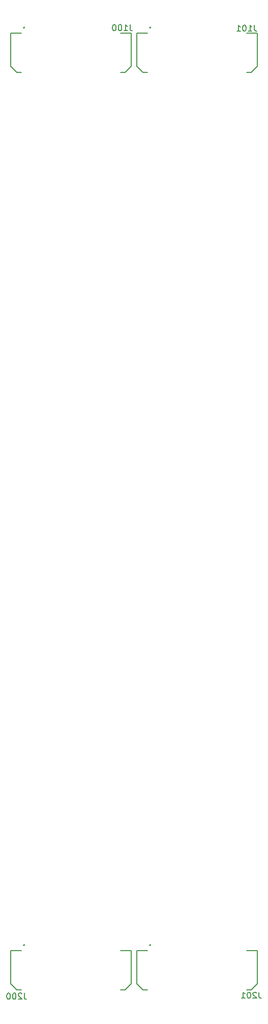
<source format=gbo>
G04 #@! TF.GenerationSoftware,KiCad,Pcbnew,(5.1.9)-1*
G04 #@! TF.CreationDate,2021-12-19T15:19:46-05:00*
G04 #@! TF.ProjectId,backplane-breakout-FPC,6261636b-706c-4616-9e65-2d627265616b,rev?*
G04 #@! TF.SameCoordinates,Original*
G04 #@! TF.FileFunction,Legend,Bot*
G04 #@! TF.FilePolarity,Positive*
%FSLAX46Y46*%
G04 Gerber Fmt 4.6, Leading zero omitted, Abs format (unit mm)*
G04 Created by KiCad (PCBNEW (5.1.9)-1) date 2021-12-19 15:19:46*
%MOMM*%
%LPD*%
G01*
G04 APERTURE LIST*
%ADD10C,0.200000*%
%ADD11C,0.150000*%
G04 APERTURE END LIST*
D10*
X114970000Y-24750000D02*
X116760000Y-24750000D01*
X114970000Y-24750000D02*
X114970000Y-30230000D01*
X114970000Y-30230000D02*
X115980000Y-31250000D01*
X115980000Y-31250000D02*
X116760000Y-31250000D01*
X133240000Y-31250000D02*
X134020000Y-31250000D01*
X134020000Y-31250000D02*
X135030000Y-30230000D01*
X135030000Y-30230000D02*
X135030000Y-24750000D01*
X135030000Y-24750000D02*
X133240000Y-24750000D01*
X117300000Y-23800000D02*
G75*
G03*
X117300000Y-23800000I-100000J0D01*
G01*
X135970000Y-177150000D02*
X137760000Y-177150000D01*
X135970000Y-177150000D02*
X135970000Y-182630000D01*
X135970000Y-182630000D02*
X136980000Y-183650000D01*
X136980000Y-183650000D02*
X137760000Y-183650000D01*
X154240000Y-183650000D02*
X155020000Y-183650000D01*
X155020000Y-183650000D02*
X156030000Y-182630000D01*
X156030000Y-182630000D02*
X156030000Y-177150000D01*
X156030000Y-177150000D02*
X154240000Y-177150000D01*
X138300000Y-176200000D02*
G75*
G03*
X138300000Y-176200000I-100000J0D01*
G01*
X114970000Y-177150000D02*
X116760000Y-177150000D01*
X114970000Y-177150000D02*
X114970000Y-182630000D01*
X114970000Y-182630000D02*
X115980000Y-183650000D01*
X115980000Y-183650000D02*
X116760000Y-183650000D01*
X133240000Y-183650000D02*
X134020000Y-183650000D01*
X134020000Y-183650000D02*
X135030000Y-182630000D01*
X135030000Y-182630000D02*
X135030000Y-177150000D01*
X135030000Y-177150000D02*
X133240000Y-177150000D01*
X117300000Y-176200000D02*
G75*
G03*
X117300000Y-176200000I-100000J0D01*
G01*
X135970000Y-24750000D02*
X137760000Y-24750000D01*
X135970000Y-24750000D02*
X135970000Y-30230000D01*
X135970000Y-30230000D02*
X136980000Y-31250000D01*
X136980000Y-31250000D02*
X137760000Y-31250000D01*
X154240000Y-31250000D02*
X155020000Y-31250000D01*
X155020000Y-31250000D02*
X156030000Y-30230000D01*
X156030000Y-30230000D02*
X156030000Y-24750000D01*
X156030000Y-24750000D02*
X154240000Y-24750000D01*
X138300000Y-23800000D02*
G75*
G03*
X138300000Y-23800000I-100000J0D01*
G01*
D11*
X134835714Y-23302380D02*
X134835714Y-24016666D01*
X134883333Y-24159523D01*
X134978571Y-24254761D01*
X135121428Y-24302380D01*
X135216666Y-24302380D01*
X133835714Y-24302380D02*
X134407142Y-24302380D01*
X134121428Y-24302380D02*
X134121428Y-23302380D01*
X134216666Y-23445238D01*
X134311904Y-23540476D01*
X134407142Y-23588095D01*
X133216666Y-23302380D02*
X133121428Y-23302380D01*
X133026190Y-23350000D01*
X132978571Y-23397619D01*
X132930952Y-23492857D01*
X132883333Y-23683333D01*
X132883333Y-23921428D01*
X132930952Y-24111904D01*
X132978571Y-24207142D01*
X133026190Y-24254761D01*
X133121428Y-24302380D01*
X133216666Y-24302380D01*
X133311904Y-24254761D01*
X133359523Y-24207142D01*
X133407142Y-24111904D01*
X133454761Y-23921428D01*
X133454761Y-23683333D01*
X133407142Y-23492857D01*
X133359523Y-23397619D01*
X133311904Y-23350000D01*
X133216666Y-23302380D01*
X132264285Y-23302380D02*
X132169047Y-23302380D01*
X132073809Y-23350000D01*
X132026190Y-23397619D01*
X131978571Y-23492857D01*
X131930952Y-23683333D01*
X131930952Y-23921428D01*
X131978571Y-24111904D01*
X132026190Y-24207142D01*
X132073809Y-24254761D01*
X132169047Y-24302380D01*
X132264285Y-24302380D01*
X132359523Y-24254761D01*
X132407142Y-24207142D01*
X132454761Y-24111904D01*
X132502380Y-23921428D01*
X132502380Y-23683333D01*
X132454761Y-23492857D01*
X132407142Y-23397619D01*
X132359523Y-23350000D01*
X132264285Y-23302380D01*
X156310714Y-184027380D02*
X156310714Y-184741666D01*
X156358333Y-184884523D01*
X156453571Y-184979761D01*
X156596428Y-185027380D01*
X156691666Y-185027380D01*
X155882142Y-184122619D02*
X155834523Y-184075000D01*
X155739285Y-184027380D01*
X155501190Y-184027380D01*
X155405952Y-184075000D01*
X155358333Y-184122619D01*
X155310714Y-184217857D01*
X155310714Y-184313095D01*
X155358333Y-184455952D01*
X155929761Y-185027380D01*
X155310714Y-185027380D01*
X154691666Y-184027380D02*
X154596428Y-184027380D01*
X154501190Y-184075000D01*
X154453571Y-184122619D01*
X154405952Y-184217857D01*
X154358333Y-184408333D01*
X154358333Y-184646428D01*
X154405952Y-184836904D01*
X154453571Y-184932142D01*
X154501190Y-184979761D01*
X154596428Y-185027380D01*
X154691666Y-185027380D01*
X154786904Y-184979761D01*
X154834523Y-184932142D01*
X154882142Y-184836904D01*
X154929761Y-184646428D01*
X154929761Y-184408333D01*
X154882142Y-184217857D01*
X154834523Y-184122619D01*
X154786904Y-184075000D01*
X154691666Y-184027380D01*
X153405952Y-185027380D02*
X153977380Y-185027380D01*
X153691666Y-185027380D02*
X153691666Y-184027380D01*
X153786904Y-184170238D01*
X153882142Y-184265476D01*
X153977380Y-184313095D01*
X117235714Y-184177380D02*
X117235714Y-184891666D01*
X117283333Y-185034523D01*
X117378571Y-185129761D01*
X117521428Y-185177380D01*
X117616666Y-185177380D01*
X116807142Y-184272619D02*
X116759523Y-184225000D01*
X116664285Y-184177380D01*
X116426190Y-184177380D01*
X116330952Y-184225000D01*
X116283333Y-184272619D01*
X116235714Y-184367857D01*
X116235714Y-184463095D01*
X116283333Y-184605952D01*
X116854761Y-185177380D01*
X116235714Y-185177380D01*
X115616666Y-184177380D02*
X115521428Y-184177380D01*
X115426190Y-184225000D01*
X115378571Y-184272619D01*
X115330952Y-184367857D01*
X115283333Y-184558333D01*
X115283333Y-184796428D01*
X115330952Y-184986904D01*
X115378571Y-185082142D01*
X115426190Y-185129761D01*
X115521428Y-185177380D01*
X115616666Y-185177380D01*
X115711904Y-185129761D01*
X115759523Y-185082142D01*
X115807142Y-184986904D01*
X115854761Y-184796428D01*
X115854761Y-184558333D01*
X115807142Y-184367857D01*
X115759523Y-184272619D01*
X115711904Y-184225000D01*
X115616666Y-184177380D01*
X114664285Y-184177380D02*
X114569047Y-184177380D01*
X114473809Y-184225000D01*
X114426190Y-184272619D01*
X114378571Y-184367857D01*
X114330952Y-184558333D01*
X114330952Y-184796428D01*
X114378571Y-184986904D01*
X114426190Y-185082142D01*
X114473809Y-185129761D01*
X114569047Y-185177380D01*
X114664285Y-185177380D01*
X114759523Y-185129761D01*
X114807142Y-185082142D01*
X114854761Y-184986904D01*
X114902380Y-184796428D01*
X114902380Y-184558333D01*
X114854761Y-184367857D01*
X114807142Y-184272619D01*
X114759523Y-184225000D01*
X114664285Y-184177380D01*
X155535714Y-23377380D02*
X155535714Y-24091666D01*
X155583333Y-24234523D01*
X155678571Y-24329761D01*
X155821428Y-24377380D01*
X155916666Y-24377380D01*
X154535714Y-24377380D02*
X155107142Y-24377380D01*
X154821428Y-24377380D02*
X154821428Y-23377380D01*
X154916666Y-23520238D01*
X155011904Y-23615476D01*
X155107142Y-23663095D01*
X153916666Y-23377380D02*
X153821428Y-23377380D01*
X153726190Y-23425000D01*
X153678571Y-23472619D01*
X153630952Y-23567857D01*
X153583333Y-23758333D01*
X153583333Y-23996428D01*
X153630952Y-24186904D01*
X153678571Y-24282142D01*
X153726190Y-24329761D01*
X153821428Y-24377380D01*
X153916666Y-24377380D01*
X154011904Y-24329761D01*
X154059523Y-24282142D01*
X154107142Y-24186904D01*
X154154761Y-23996428D01*
X154154761Y-23758333D01*
X154107142Y-23567857D01*
X154059523Y-23472619D01*
X154011904Y-23425000D01*
X153916666Y-23377380D01*
X152630952Y-24377380D02*
X153202380Y-24377380D01*
X152916666Y-24377380D02*
X152916666Y-23377380D01*
X153011904Y-23520238D01*
X153107142Y-23615476D01*
X153202380Y-23663095D01*
M02*

</source>
